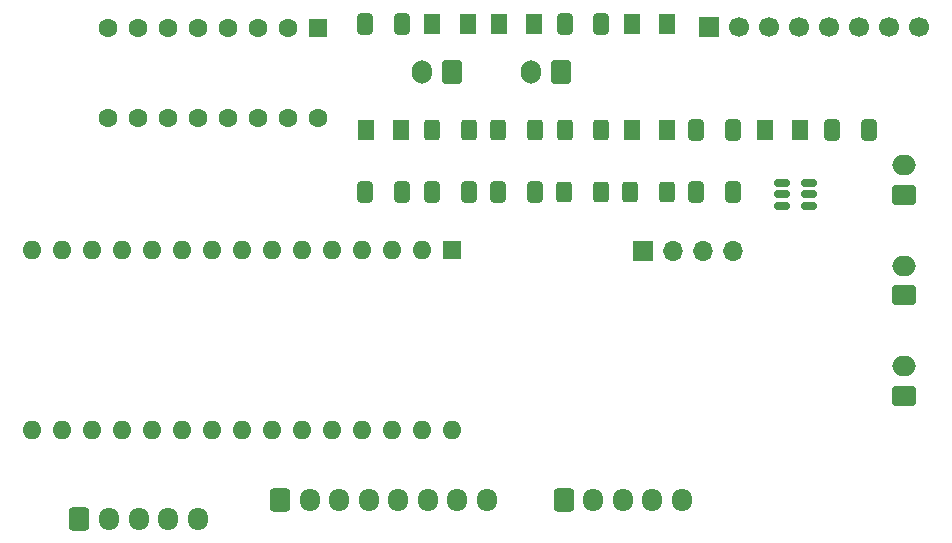
<source format=gbr>
%TF.GenerationSoftware,KiCad,Pcbnew,9.0.3*%
%TF.CreationDate,2025-07-23T14:00:13+06:00*%
%TF.ProjectId,LFRCircuit,4c465243-6972-4637-9569-742e6b696361,rev?*%
%TF.SameCoordinates,Original*%
%TF.FileFunction,Soldermask,Bot*%
%TF.FilePolarity,Negative*%
%FSLAX46Y46*%
G04 Gerber Fmt 4.6, Leading zero omitted, Abs format (unit mm)*
G04 Created by KiCad (PCBNEW 9.0.3) date 2025-07-23 14:00:13*
%MOMM*%
%LPD*%
G01*
G04 APERTURE LIST*
G04 Aperture macros list*
%AMRoundRect*
0 Rectangle with rounded corners*
0 $1 Rounding radius*
0 $2 $3 $4 $5 $6 $7 $8 $9 X,Y pos of 4 corners*
0 Add a 4 corners polygon primitive as box body*
4,1,4,$2,$3,$4,$5,$6,$7,$8,$9,$2,$3,0*
0 Add four circle primitives for the rounded corners*
1,1,$1+$1,$2,$3*
1,1,$1+$1,$4,$5*
1,1,$1+$1,$6,$7*
1,1,$1+$1,$8,$9*
0 Add four rect primitives between the rounded corners*
20,1,$1+$1,$2,$3,$4,$5,0*
20,1,$1+$1,$4,$5,$6,$7,0*
20,1,$1+$1,$6,$7,$8,$9,0*
20,1,$1+$1,$8,$9,$2,$3,0*%
G04 Aperture macros list end*
%ADD10R,1.700000X1.700000*%
%ADD11O,1.700000X1.700000*%
%ADD12R,1.600000X1.600000*%
%ADD13O,1.600000X1.600000*%
%ADD14RoundRect,0.250000X-0.550000X0.550000X-0.550000X-0.550000X0.550000X-0.550000X0.550000X0.550000X0*%
%ADD15C,1.600000*%
%ADD16RoundRect,0.250000X-0.600000X-0.725000X0.600000X-0.725000X0.600000X0.725000X-0.600000X0.725000X0*%
%ADD17O,1.700000X1.950000*%
%ADD18RoundRect,0.250000X0.750000X-0.600000X0.750000X0.600000X-0.750000X0.600000X-0.750000X-0.600000X0*%
%ADD19O,2.000000X1.700000*%
%ADD20RoundRect,0.250000X0.600000X0.750000X-0.600000X0.750000X-0.600000X-0.750000X0.600000X-0.750000X0*%
%ADD21O,1.700000X2.000000*%
%ADD22C,1.700000*%
%ADD23RoundRect,0.250000X0.400000X0.625000X-0.400000X0.625000X-0.400000X-0.625000X0.400000X-0.625000X0*%
%ADD24RoundRect,0.250000X0.412500X0.650000X-0.412500X0.650000X-0.412500X-0.650000X0.412500X-0.650000X0*%
%ADD25RoundRect,0.250000X-0.412500X-0.650000X0.412500X-0.650000X0.412500X0.650000X-0.412500X0.650000X0*%
%ADD26RoundRect,0.250001X0.462499X0.624999X-0.462499X0.624999X-0.462499X-0.624999X0.462499X-0.624999X0*%
%ADD27RoundRect,0.150000X0.512500X0.150000X-0.512500X0.150000X-0.512500X-0.150000X0.512500X-0.150000X0*%
G04 APERTURE END LIST*
D10*
%TO.C,J1*%
X183670000Y-97250000D03*
D11*
X186210000Y-97250000D03*
X188750000Y-97250000D03*
X191290000Y-97250000D03*
%TD*%
D12*
%TO.C,ArduinoNanoTypeC*%
X167550000Y-97140000D03*
D13*
X165010000Y-97140000D03*
X162470000Y-97140000D03*
X159930000Y-97140000D03*
X157390000Y-97140000D03*
X154850000Y-97140000D03*
X152310000Y-97140000D03*
X149770000Y-97140000D03*
X147230000Y-97140000D03*
X144690000Y-97140000D03*
X142150000Y-97140000D03*
X139610000Y-97140000D03*
X137070000Y-97140000D03*
X134530000Y-97140000D03*
X131990000Y-97140000D03*
X131990000Y-112380000D03*
X134530000Y-112380000D03*
X137070000Y-112380000D03*
X139610000Y-112380000D03*
X142150000Y-112380000D03*
X144690000Y-112380000D03*
X147230000Y-112380000D03*
X149770000Y-112380000D03*
X152310000Y-112380000D03*
X154850000Y-112380000D03*
X157390000Y-112380000D03*
X159930000Y-112380000D03*
X162470000Y-112380000D03*
X165010000Y-112380000D03*
X167550000Y-112380000D03*
%TD*%
D14*
%TO.C,U1*%
X156160000Y-78380000D03*
D15*
X153620000Y-78380000D03*
X151080000Y-78380000D03*
X148540000Y-78380000D03*
X146000000Y-78380000D03*
X143460000Y-78380000D03*
X140920000Y-78380000D03*
X138380000Y-78380000D03*
X138380000Y-86000000D03*
X140920000Y-86000000D03*
X143460000Y-86000000D03*
X146000000Y-86000000D03*
X148540000Y-86000000D03*
X151080000Y-86000000D03*
X153620000Y-86000000D03*
X156160000Y-86000000D03*
%TD*%
D16*
%TO.C,IRSensor6Array*%
X153000000Y-118305000D03*
D17*
X155500000Y-118305000D03*
X158000000Y-118305000D03*
X160500000Y-118305000D03*
X163000000Y-118305000D03*
X165500000Y-118305000D03*
X168000000Y-118305000D03*
X170500000Y-118305000D03*
%TD*%
D18*
%TO.C,CELL2*%
X205805000Y-101000000D03*
D19*
X205805000Y-98500000D03*
%TD*%
D20*
%TO.C,M2*%
X176750000Y-82100000D03*
D21*
X174250000Y-82100000D03*
%TD*%
D16*
%TO.C,RotaryEncoder*%
X136000000Y-119900000D03*
D17*
X138500000Y-119900000D03*
X141000000Y-119900000D03*
X143500000Y-119900000D03*
X146000000Y-119900000D03*
%TD*%
D20*
%TO.C,M1*%
X167500000Y-82100000D03*
D21*
X165000000Y-82100000D03*
%TD*%
D16*
%TO.C,SonarSensor3Array*%
X177000000Y-118305000D03*
D17*
X179500000Y-118305000D03*
X182000000Y-118305000D03*
X184500000Y-118305000D03*
X187000000Y-118305000D03*
%TD*%
D10*
%TO.C,INA1*%
X189300000Y-78250000D03*
D22*
X191840000Y-78250000D03*
X194380000Y-78250000D03*
X196920000Y-78250000D03*
X199460000Y-78250000D03*
X202000000Y-78250000D03*
X204540000Y-78250000D03*
X207080000Y-78250000D03*
%TD*%
D18*
%TO.C,CELL1*%
X205805000Y-109500000D03*
D19*
X205805000Y-107000000D03*
%TD*%
D18*
%TO.C,CELL3*%
X205805000Y-92500000D03*
D19*
X205805000Y-90000000D03*
%TD*%
D23*
%TO.C,R3*%
X168958800Y-87000000D03*
X165858800Y-87000000D03*
%TD*%
D24*
%TO.C,C7*%
X202812500Y-87000000D03*
X199687500Y-87000000D03*
%TD*%
D23*
%TO.C,R4*%
X185710500Y-92250000D03*
X182610500Y-92250000D03*
%TD*%
D25*
%TO.C,C5*%
X188187500Y-87000000D03*
X191312500Y-87000000D03*
%TD*%
D24*
%TO.C,C1*%
X163335000Y-78000000D03*
X160210000Y-78000000D03*
%TD*%
%TO.C,C2*%
X180191300Y-78025000D03*
X177066300Y-78025000D03*
%TD*%
D26*
%TO.C,L1*%
X185737500Y-87000000D03*
X182762500Y-87000000D03*
%TD*%
%TO.C,D2*%
X168858800Y-78000000D03*
X165883800Y-78000000D03*
%TD*%
D23*
%TO.C,R5*%
X180151000Y-92250000D03*
X177051000Y-92250000D03*
%TD*%
D25*
%TO.C,C8*%
X171449000Y-92250000D03*
X174574000Y-92250000D03*
%TD*%
D24*
%TO.C,C4*%
X191312500Y-92250000D03*
X188187500Y-92250000D03*
%TD*%
D27*
%TO.C,U2*%
X197750000Y-91500000D03*
X197750000Y-92450000D03*
X197750000Y-93400000D03*
X195475000Y-93400000D03*
X195475000Y-92450000D03*
X195475000Y-91500000D03*
%TD*%
D24*
%TO.C,C3*%
X168954500Y-92250000D03*
X165829500Y-92250000D03*
%TD*%
D26*
%TO.C,D5*%
X196987500Y-87000000D03*
X194012500Y-87000000D03*
%TD*%
D23*
%TO.C,R2*%
X174572500Y-87000000D03*
X171472500Y-87000000D03*
%TD*%
%TO.C,R1*%
X180186300Y-87000000D03*
X177086300Y-87000000D03*
%TD*%
D24*
%TO.C,C6*%
X163335000Y-92250000D03*
X160210000Y-92250000D03*
%TD*%
D26*
%TO.C,D4*%
X163237500Y-87000000D03*
X160262500Y-87000000D03*
%TD*%
%TO.C,D3*%
X185715000Y-78015000D03*
X182740000Y-78015000D03*
%TD*%
%TO.C,D1*%
X174472500Y-78030000D03*
X171497500Y-78030000D03*
%TD*%
M02*

</source>
